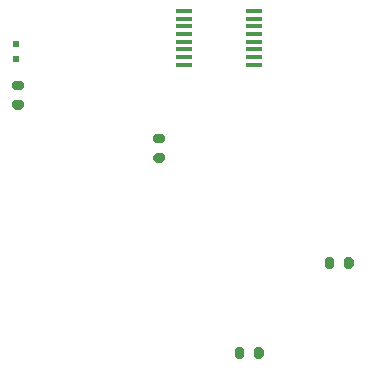
<source format=gbr>
%TF.GenerationSoftware,KiCad,Pcbnew,(5.1.9)-1*%
%TF.CreationDate,2021-05-25T19:19:13-07:00*%
%TF.ProjectId,VacuumSensor,56616375-756d-4536-956e-736f722e6b69,rev?*%
%TF.SameCoordinates,Original*%
%TF.FileFunction,Paste,Top*%
%TF.FilePolarity,Positive*%
%FSLAX46Y46*%
G04 Gerber Fmt 4.6, Leading zero omitted, Abs format (unit mm)*
G04 Created by KiCad (PCBNEW (5.1.9)-1) date 2021-05-25 19:19:13*
%MOMM*%
%LPD*%
G01*
G04 APERTURE LIST*
%ADD10R,0.600000X0.550000*%
%ADD11R,1.475000X0.450000*%
G04 APERTURE END LIST*
D10*
%TO.C,RT1*%
X89475000Y-88120000D03*
X89475000Y-89420000D03*
%TD*%
%TO.C,R6*%
G36*
G01*
X89930000Y-92050000D02*
X89380000Y-92050000D01*
G75*
G02*
X89180000Y-91850000I0J200000D01*
G01*
X89180000Y-91450000D01*
G75*
G02*
X89380000Y-91250000I200000J0D01*
G01*
X89930000Y-91250000D01*
G75*
G02*
X90130000Y-91450000I0J-200000D01*
G01*
X90130000Y-91850000D01*
G75*
G02*
X89930000Y-92050000I-200000J0D01*
G01*
G37*
G36*
G01*
X89930000Y-93700000D02*
X89380000Y-93700000D01*
G75*
G02*
X89180000Y-93500000I0J200000D01*
G01*
X89180000Y-93100000D01*
G75*
G02*
X89380000Y-92900000I200000J0D01*
G01*
X89930000Y-92900000D01*
G75*
G02*
X90130000Y-93100000I0J-200000D01*
G01*
X90130000Y-93500000D01*
G75*
G02*
X89930000Y-93700000I-200000J0D01*
G01*
G37*
%TD*%
D11*
%TO.C,IC5*%
X109618000Y-85355000D03*
X109618000Y-86005000D03*
X109618000Y-86655000D03*
X109618000Y-87305000D03*
X109618000Y-87955000D03*
X109618000Y-88605000D03*
X109618000Y-89255000D03*
X109618000Y-89905000D03*
X103742000Y-89905000D03*
X103742000Y-89255000D03*
X103742000Y-88605000D03*
X103742000Y-87955000D03*
X103742000Y-87305000D03*
X103742000Y-86655000D03*
X103742000Y-86005000D03*
X103742000Y-85355000D03*
%TD*%
%TO.C,R4*%
G36*
G01*
X101875000Y-98190000D02*
X101325000Y-98190000D01*
G75*
G02*
X101125000Y-97990000I0J200000D01*
G01*
X101125000Y-97590000D01*
G75*
G02*
X101325000Y-97390000I200000J0D01*
G01*
X101875000Y-97390000D01*
G75*
G02*
X102075000Y-97590000I0J-200000D01*
G01*
X102075000Y-97990000D01*
G75*
G02*
X101875000Y-98190000I-200000J0D01*
G01*
G37*
G36*
G01*
X101875000Y-96540000D02*
X101325000Y-96540000D01*
G75*
G02*
X101125000Y-96340000I0J200000D01*
G01*
X101125000Y-95940000D01*
G75*
G02*
X101325000Y-95740000I200000J0D01*
G01*
X101875000Y-95740000D01*
G75*
G02*
X102075000Y-95940000I0J-200000D01*
G01*
X102075000Y-96340000D01*
G75*
G02*
X101875000Y-96540000I-200000J0D01*
G01*
G37*
%TD*%
%TO.C,R1*%
G36*
G01*
X110445000Y-114025000D02*
X110445000Y-114575000D01*
G75*
G02*
X110245000Y-114775000I-200000J0D01*
G01*
X109845000Y-114775000D01*
G75*
G02*
X109645000Y-114575000I0J200000D01*
G01*
X109645000Y-114025000D01*
G75*
G02*
X109845000Y-113825000I200000J0D01*
G01*
X110245000Y-113825000D01*
G75*
G02*
X110445000Y-114025000I0J-200000D01*
G01*
G37*
G36*
G01*
X108795000Y-114025000D02*
X108795000Y-114575000D01*
G75*
G02*
X108595000Y-114775000I-200000J0D01*
G01*
X108195000Y-114775000D01*
G75*
G02*
X107995000Y-114575000I0J200000D01*
G01*
X107995000Y-114025000D01*
G75*
G02*
X108195000Y-113825000I200000J0D01*
G01*
X108595000Y-113825000D01*
G75*
G02*
X108795000Y-114025000I0J-200000D01*
G01*
G37*
%TD*%
%TO.C,R2*%
G36*
G01*
X118065000Y-106405000D02*
X118065000Y-106955000D01*
G75*
G02*
X117865000Y-107155000I-200000J0D01*
G01*
X117465000Y-107155000D01*
G75*
G02*
X117265000Y-106955000I0J200000D01*
G01*
X117265000Y-106405000D01*
G75*
G02*
X117465000Y-106205000I200000J0D01*
G01*
X117865000Y-106205000D01*
G75*
G02*
X118065000Y-106405000I0J-200000D01*
G01*
G37*
G36*
G01*
X116415000Y-106405000D02*
X116415000Y-106955000D01*
G75*
G02*
X116215000Y-107155000I-200000J0D01*
G01*
X115815000Y-107155000D01*
G75*
G02*
X115615000Y-106955000I0J200000D01*
G01*
X115615000Y-106405000D01*
G75*
G02*
X115815000Y-106205000I200000J0D01*
G01*
X116215000Y-106205000D01*
G75*
G02*
X116415000Y-106405000I0J-200000D01*
G01*
G37*
%TD*%
M02*

</source>
